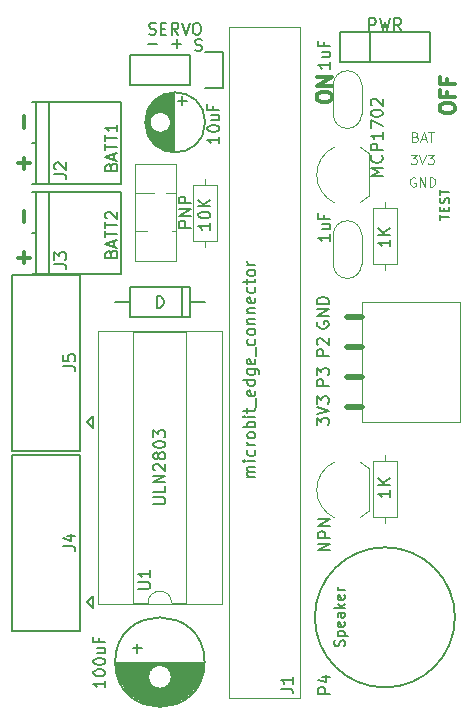
<source format=gto>
G04 #@! TF.FileFunction,Legend,Top*
%FSLAX46Y46*%
G04 Gerber Fmt 4.6, Leading zero omitted, Abs format (unit mm)*
G04 Created by KiCad (PCBNEW 4.0.6) date 09/25/19 08:33:56*
%MOMM*%
%LPD*%
G01*
G04 APERTURE LIST*
%ADD10C,0.100000*%
%ADD11C,0.200000*%
%ADD12C,0.300000*%
%ADD13C,0.150000*%
%ADD14C,0.500000*%
%ADD15C,0.120000*%
%ADD16C,0.127000*%
G04 APERTURE END LIST*
D10*
D11*
X148915381Y-88368095D02*
X147915381Y-88368095D01*
X147915381Y-87987142D01*
X147963000Y-87891904D01*
X148010619Y-87844285D01*
X148105857Y-87796666D01*
X148248714Y-87796666D01*
X148343952Y-87844285D01*
X148391571Y-87891904D01*
X148439190Y-87987142D01*
X148439190Y-88368095D01*
X148010619Y-87415714D02*
X147963000Y-87368095D01*
X147915381Y-87272857D01*
X147915381Y-87034761D01*
X147963000Y-86939523D01*
X148010619Y-86891904D01*
X148105857Y-86844285D01*
X148201095Y-86844285D01*
X148343952Y-86891904D01*
X148915381Y-87463333D01*
X148915381Y-86844285D01*
X148915381Y-90908095D02*
X147915381Y-90908095D01*
X147915381Y-90527142D01*
X147963000Y-90431904D01*
X148010619Y-90384285D01*
X148105857Y-90336666D01*
X148248714Y-90336666D01*
X148343952Y-90384285D01*
X148391571Y-90431904D01*
X148439190Y-90527142D01*
X148439190Y-90908095D01*
X147915381Y-90003333D02*
X147915381Y-89384285D01*
X148296333Y-89717619D01*
X148296333Y-89574761D01*
X148343952Y-89479523D01*
X148391571Y-89431904D01*
X148486810Y-89384285D01*
X148724905Y-89384285D01*
X148820143Y-89431904D01*
X148867762Y-89479523D01*
X148915381Y-89574761D01*
X148915381Y-89860476D01*
X148867762Y-89955714D01*
X148820143Y-90003333D01*
D12*
X147894524Y-66572190D02*
X147894524Y-66330286D01*
X147955000Y-66209333D01*
X148075952Y-66088381D01*
X148317857Y-66027905D01*
X148741190Y-66027905D01*
X148983095Y-66088381D01*
X149104048Y-66209333D01*
X149164524Y-66330286D01*
X149164524Y-66572190D01*
X149104048Y-66693143D01*
X148983095Y-66814095D01*
X148741190Y-66874571D01*
X148317857Y-66874571D01*
X148075952Y-66814095D01*
X147955000Y-66693143D01*
X147894524Y-66572190D01*
X149164524Y-65483619D02*
X147894524Y-65483619D01*
X149164524Y-64757905D01*
X147894524Y-64757905D01*
D10*
X156235477Y-73260000D02*
X156159286Y-73221905D01*
X156045001Y-73221905D01*
X155930715Y-73260000D01*
X155854524Y-73336190D01*
X155816429Y-73412381D01*
X155778334Y-73564762D01*
X155778334Y-73679048D01*
X155816429Y-73831429D01*
X155854524Y-73907619D01*
X155930715Y-73983810D01*
X156045001Y-74021905D01*
X156121191Y-74021905D01*
X156235477Y-73983810D01*
X156273572Y-73945714D01*
X156273572Y-73679048D01*
X156121191Y-73679048D01*
X156616429Y-74021905D02*
X156616429Y-73221905D01*
X157073572Y-74021905D01*
X157073572Y-73221905D01*
X157454524Y-74021905D02*
X157454524Y-73221905D01*
X157645000Y-73221905D01*
X157759286Y-73260000D01*
X157835477Y-73336190D01*
X157873572Y-73412381D01*
X157911667Y-73564762D01*
X157911667Y-73679048D01*
X157873572Y-73831429D01*
X157835477Y-73907619D01*
X157759286Y-73983810D01*
X157645000Y-74021905D01*
X157454524Y-74021905D01*
X155854524Y-71316905D02*
X156349762Y-71316905D01*
X156083095Y-71621667D01*
X156197381Y-71621667D01*
X156273571Y-71659762D01*
X156311667Y-71697857D01*
X156349762Y-71774048D01*
X156349762Y-71964524D01*
X156311667Y-72040714D01*
X156273571Y-72078810D01*
X156197381Y-72116905D01*
X155968809Y-72116905D01*
X155892619Y-72078810D01*
X155854524Y-72040714D01*
X156578333Y-71316905D02*
X156845000Y-72116905D01*
X157111667Y-71316905D01*
X157302143Y-71316905D02*
X157797381Y-71316905D01*
X157530714Y-71621667D01*
X157645000Y-71621667D01*
X157721190Y-71659762D01*
X157759286Y-71697857D01*
X157797381Y-71774048D01*
X157797381Y-71964524D01*
X157759286Y-72040714D01*
X157721190Y-72078810D01*
X157645000Y-72116905D01*
X157416428Y-72116905D01*
X157340238Y-72078810D01*
X157302143Y-72040714D01*
D11*
X149042381Y-116943095D02*
X148042381Y-116943095D01*
X148042381Y-116562142D01*
X148090000Y-116466904D01*
X148137619Y-116419285D01*
X148232857Y-116371666D01*
X148375714Y-116371666D01*
X148470952Y-116419285D01*
X148518571Y-116466904D01*
X148566190Y-116562142D01*
X148566190Y-116943095D01*
X148375714Y-115514523D02*
X149042381Y-115514523D01*
X147994762Y-115752619D02*
X148709048Y-115990714D01*
X148709048Y-115371666D01*
X147915381Y-94218143D02*
X147915381Y-93599095D01*
X148296333Y-93932429D01*
X148296333Y-93789571D01*
X148343952Y-93694333D01*
X148391571Y-93646714D01*
X148486810Y-93599095D01*
X148724905Y-93599095D01*
X148820143Y-93646714D01*
X148867762Y-93694333D01*
X148915381Y-93789571D01*
X148915381Y-94075286D01*
X148867762Y-94170524D01*
X148820143Y-94218143D01*
X147915381Y-93313381D02*
X148915381Y-92980048D01*
X147915381Y-92646714D01*
X147915381Y-92408619D02*
X147915381Y-91789571D01*
X148296333Y-92122905D01*
X148296333Y-91980047D01*
X148343952Y-91884809D01*
X148391571Y-91837190D01*
X148486810Y-91789571D01*
X148724905Y-91789571D01*
X148820143Y-91837190D01*
X148867762Y-91884809D01*
X148915381Y-91980047D01*
X148915381Y-92265762D01*
X148867762Y-92361000D01*
X148820143Y-92408619D01*
X147963000Y-85471095D02*
X147915381Y-85566333D01*
X147915381Y-85709190D01*
X147963000Y-85852048D01*
X148058238Y-85947286D01*
X148153476Y-85994905D01*
X148343952Y-86042524D01*
X148486810Y-86042524D01*
X148677286Y-85994905D01*
X148772524Y-85947286D01*
X148867762Y-85852048D01*
X148915381Y-85709190D01*
X148915381Y-85613952D01*
X148867762Y-85471095D01*
X148820143Y-85423476D01*
X148486810Y-85423476D01*
X148486810Y-85613952D01*
X148915381Y-84994905D02*
X147915381Y-84994905D01*
X148915381Y-84423476D01*
X147915381Y-84423476D01*
X148915381Y-83947286D02*
X147915381Y-83947286D01*
X147915381Y-83709191D01*
X147963000Y-83566333D01*
X148058238Y-83471095D01*
X148153476Y-83423476D01*
X148343952Y-83375857D01*
X148486810Y-83375857D01*
X148677286Y-83423476D01*
X148772524Y-83471095D01*
X148867762Y-83566333D01*
X148915381Y-83709191D01*
X148915381Y-83947286D01*
D10*
X156254524Y-69792857D02*
X156368810Y-69830952D01*
X156406905Y-69869048D01*
X156445000Y-69945238D01*
X156445000Y-70059524D01*
X156406905Y-70135714D01*
X156368810Y-70173810D01*
X156292619Y-70211905D01*
X155987857Y-70211905D01*
X155987857Y-69411905D01*
X156254524Y-69411905D01*
X156330714Y-69450000D01*
X156368810Y-69488095D01*
X156406905Y-69564286D01*
X156406905Y-69640476D01*
X156368810Y-69716667D01*
X156330714Y-69754762D01*
X156254524Y-69792857D01*
X155987857Y-69792857D01*
X156749762Y-69983333D02*
X157130714Y-69983333D01*
X156673571Y-70211905D02*
X156940238Y-69411905D01*
X157206905Y-70211905D01*
X157359285Y-69411905D02*
X157816428Y-69411905D01*
X157587857Y-70211905D02*
X157587857Y-69411905D01*
D13*
X132334048Y-113101429D02*
X133095953Y-113101429D01*
X132715001Y-113482381D02*
X132715001Y-112720476D01*
D11*
X138175714Y-61571238D02*
X138032857Y-61523619D01*
X137794761Y-61523619D01*
X137699523Y-61571238D01*
X137651904Y-61618857D01*
X137604285Y-61714095D01*
X137604285Y-61809333D01*
X137651904Y-61904571D01*
X137699523Y-61952190D01*
X137794761Y-61999810D01*
X137985238Y-62047429D01*
X138080476Y-62095048D01*
X138128095Y-62142667D01*
X138175714Y-62237905D01*
X138175714Y-62333143D01*
X138128095Y-62428381D01*
X138080476Y-62476000D01*
X137985238Y-62523619D01*
X137747142Y-62523619D01*
X137604285Y-62476000D01*
X136413809Y-61904571D02*
X135651904Y-61904571D01*
X136032856Y-61523619D02*
X136032856Y-62285524D01*
X134413809Y-61904571D02*
X133651904Y-61904571D01*
D12*
X123099286Y-68065953D02*
X123099286Y-69033572D01*
X123099286Y-71573572D02*
X123099286Y-72541191D01*
X122615476Y-72057381D02*
X123583095Y-72057381D01*
X123099286Y-76048810D02*
X123099286Y-77016429D01*
X123099286Y-79556429D02*
X123099286Y-80524048D01*
X122615476Y-80040238D02*
X123583095Y-80040238D01*
X158308524Y-67503523D02*
X158308524Y-67261619D01*
X158369000Y-67140666D01*
X158489952Y-67019714D01*
X158731857Y-66959238D01*
X159155190Y-66959238D01*
X159397095Y-67019714D01*
X159518048Y-67140666D01*
X159578524Y-67261619D01*
X159578524Y-67503523D01*
X159518048Y-67624476D01*
X159397095Y-67745428D01*
X159155190Y-67805904D01*
X158731857Y-67805904D01*
X158489952Y-67745428D01*
X158369000Y-67624476D01*
X158308524Y-67503523D01*
X158913286Y-65991619D02*
X158913286Y-66414952D01*
X159578524Y-66414952D02*
X158308524Y-66414952D01*
X158308524Y-65810190D01*
X158913286Y-64903048D02*
X158913286Y-65326381D01*
X159578524Y-65326381D02*
X158308524Y-65326381D01*
X158308524Y-64721619D01*
D11*
X136525000Y-85090000D02*
X136525000Y-82550000D01*
X137160000Y-83820000D02*
X137160000Y-82550000D01*
X137160000Y-82550000D02*
X132080000Y-82550000D01*
X132080000Y-82550000D02*
X132080000Y-83820000D01*
X130810000Y-83820000D02*
X132080000Y-83820000D01*
X132080000Y-83820000D02*
X132080000Y-85090000D01*
X132080000Y-85090000D02*
X132715000Y-85090000D01*
X137160000Y-83820000D02*
X137160000Y-85090000D01*
X137160000Y-85090000D02*
X132715000Y-85090000D01*
X138430000Y-83820000D02*
X137160000Y-83820000D01*
D14*
X151765000Y-92710000D02*
X150495000Y-92710000D01*
X151765000Y-90170000D02*
X150495000Y-90170000D01*
X151765000Y-87630000D02*
X150495000Y-87630000D01*
X150495000Y-85090000D02*
X151765000Y-85090000D01*
D10*
X151765000Y-83820000D02*
X160020000Y-83820000D01*
X160020000Y-83820000D02*
X160020000Y-93980000D01*
X160020000Y-93980000D02*
X151765000Y-93980000D01*
X151765000Y-93980000D02*
X151765000Y-83820000D01*
D13*
X159599690Y-110490000D02*
G75*
G03X159599690Y-110490000I-5929690J0D01*
G01*
X149860000Y-63500000D02*
X149860000Y-60960000D01*
X149860000Y-60960000D02*
X157480000Y-60960000D01*
X157480000Y-60960000D02*
X157480000Y-63500000D01*
X157480000Y-63500000D02*
X149860000Y-63500000D01*
X152400000Y-60960000D02*
X152400000Y-63500000D01*
D10*
X151695000Y-78105000D02*
X151695000Y-80605000D01*
X149295000Y-78105000D02*
X149295000Y-80605000D01*
X150495000Y-76905000D02*
G75*
G03X149295000Y-78105000I0J-1200000D01*
G01*
X151695000Y-78105000D02*
G75*
G03X150495000Y-76905000I-1200000J0D01*
G01*
X149295000Y-80605000D02*
G75*
G03X150495000Y-81805000I1200000J0D01*
G01*
X150495000Y-81805000D02*
G75*
G03X151695000Y-80605000I0J1200000D01*
G01*
X151695000Y-65405000D02*
X151695000Y-67905000D01*
X149295000Y-65405000D02*
X149295000Y-67905000D01*
X150495000Y-64205000D02*
G75*
G03X149295000Y-65405000I0J-1200000D01*
G01*
X151695000Y-65405000D02*
G75*
G03X150495000Y-64205000I-1200000J0D01*
G01*
X149295000Y-67905000D02*
G75*
G03X150495000Y-69105000I1200000J0D01*
G01*
X150495000Y-69105000D02*
G75*
G03X151695000Y-67905000I0J1200000D01*
G01*
D13*
X135835000Y-71079000D02*
X135835000Y-66081000D01*
X135695000Y-71071000D02*
X135695000Y-66089000D01*
X135555000Y-71055000D02*
X135555000Y-68675000D01*
X135555000Y-68485000D02*
X135555000Y-66105000D01*
X135415000Y-71031000D02*
X135415000Y-69070000D01*
X135415000Y-68090000D02*
X135415000Y-66129000D01*
X135275000Y-70998000D02*
X135275000Y-69237000D01*
X135275000Y-67923000D02*
X135275000Y-66162000D01*
X135135000Y-70957000D02*
X135135000Y-69344000D01*
X135135000Y-67816000D02*
X135135000Y-66203000D01*
X134995000Y-70907000D02*
X134995000Y-69415000D01*
X134995000Y-67745000D02*
X134995000Y-66253000D01*
X134855000Y-70846000D02*
X134855000Y-69459000D01*
X134855000Y-67701000D02*
X134855000Y-66314000D01*
X134715000Y-70776000D02*
X134715000Y-69478000D01*
X134715000Y-67682000D02*
X134715000Y-66384000D01*
X134575000Y-70694000D02*
X134575000Y-69476000D01*
X134575000Y-67684000D02*
X134575000Y-66466000D01*
X134435000Y-70599000D02*
X134435000Y-69451000D01*
X134435000Y-67709000D02*
X134435000Y-66561000D01*
X134295000Y-70488000D02*
X134295000Y-69403000D01*
X134295000Y-67757000D02*
X134295000Y-66672000D01*
X134155000Y-70360000D02*
X134155000Y-69325000D01*
X134155000Y-67835000D02*
X134155000Y-66800000D01*
X134015000Y-70211000D02*
X134015000Y-69208000D01*
X134015000Y-67952000D02*
X134015000Y-66949000D01*
X133875000Y-70032000D02*
X133875000Y-69020000D01*
X133875000Y-68140000D02*
X133875000Y-67128000D01*
X133735000Y-69813000D02*
X133735000Y-67347000D01*
X133595000Y-69524000D02*
X133595000Y-67636000D01*
X133455000Y-69052000D02*
X133455000Y-68108000D01*
X135560000Y-68580000D02*
G75*
G03X135560000Y-68580000I-900000J0D01*
G01*
X138447500Y-68580000D02*
G75*
G03X138447500Y-68580000I-2537500J0D01*
G01*
X138369000Y-114355000D02*
X130871000Y-114355000D01*
X138364000Y-114495000D02*
X130876000Y-114495000D01*
X138353000Y-114635000D02*
X135066000Y-114635000D01*
X134174000Y-114635000D02*
X130887000Y-114635000D01*
X138337000Y-114775000D02*
X135276000Y-114775000D01*
X133964000Y-114775000D02*
X130903000Y-114775000D01*
X138316000Y-114915000D02*
X135409000Y-114915000D01*
X133831000Y-114915000D02*
X130924000Y-114915000D01*
X138289000Y-115055000D02*
X135500000Y-115055000D01*
X133740000Y-115055000D02*
X130951000Y-115055000D01*
X138257000Y-115195000D02*
X135562000Y-115195000D01*
X133678000Y-115195000D02*
X130983000Y-115195000D01*
X138219000Y-115335000D02*
X135601000Y-115335000D01*
X133639000Y-115335000D02*
X131021000Y-115335000D01*
X138175000Y-115475000D02*
X135618000Y-115475000D01*
X133622000Y-115475000D02*
X131065000Y-115475000D01*
X138124000Y-115615000D02*
X135616000Y-115615000D01*
X133624000Y-115615000D02*
X131116000Y-115615000D01*
X138068000Y-115755000D02*
X135594000Y-115755000D01*
X133646000Y-115755000D02*
X131172000Y-115755000D01*
X138004000Y-115895000D02*
X135551000Y-115895000D01*
X133689000Y-115895000D02*
X131236000Y-115895000D01*
X137934000Y-116035000D02*
X135483000Y-116035000D01*
X133757000Y-116035000D02*
X131306000Y-116035000D01*
X137856000Y-116175000D02*
X135384000Y-116175000D01*
X133856000Y-116175000D02*
X131384000Y-116175000D01*
X137770000Y-116315000D02*
X135239000Y-116315000D01*
X134001000Y-116315000D02*
X131470000Y-116315000D01*
X137675000Y-116455000D02*
X135000000Y-116455000D01*
X134240000Y-116455000D02*
X131565000Y-116455000D01*
X137570000Y-116595000D02*
X131670000Y-116595000D01*
X137455000Y-116735000D02*
X131785000Y-116735000D01*
X137327000Y-116875000D02*
X131913000Y-116875000D01*
X137186000Y-117015000D02*
X132054000Y-117015000D01*
X137028000Y-117155000D02*
X132212000Y-117155000D01*
X136850000Y-117295000D02*
X132390000Y-117295000D01*
X136647000Y-117435000D02*
X132593000Y-117435000D01*
X136410000Y-117575000D02*
X132830000Y-117575000D01*
X136124000Y-117715000D02*
X133116000Y-117715000D01*
X135752000Y-117855000D02*
X133488000Y-117855000D01*
X135131000Y-117995000D02*
X134109000Y-117995000D01*
X135620000Y-115530000D02*
G75*
G03X135620000Y-115530000I-1000000J0D01*
G01*
X138407500Y-114280000D02*
G75*
G03X138407500Y-114280000I-3787500J0D01*
G01*
D15*
X152345000Y-74825000D02*
X152345000Y-71225000D01*
X151617795Y-75349184D02*
G75*
G03X152345000Y-74825000I-1122795J2324184D01*
G01*
X149396193Y-75381400D02*
G75*
G02X147895000Y-73025000I1098807J2356400D01*
G01*
X149396193Y-70668600D02*
G75*
G03X147895000Y-73025000I1098807J-2356400D01*
G01*
X151617795Y-70700816D02*
G75*
G02X152345000Y-71225000I-1122795J-2324184D01*
G01*
X152345000Y-101495000D02*
X152345000Y-97895000D01*
X151617795Y-102019184D02*
G75*
G03X152345000Y-101495000I-1122795J2324184D01*
G01*
X149396193Y-102051400D02*
G75*
G02X147895000Y-99695000I1098807J2356400D01*
G01*
X149396193Y-97338600D02*
G75*
G03X147895000Y-99695000I1098807J-2356400D01*
G01*
X151617795Y-97370816D02*
G75*
G02X152345000Y-97895000I-1122795J-2324184D01*
G01*
D13*
X122110000Y-96430000D02*
X122110000Y-81530000D01*
X127860000Y-96430000D02*
X127860000Y-81530000D01*
X122110000Y-96430000D02*
X127860000Y-96430000D01*
X122110000Y-81530000D02*
X127860000Y-81530000D01*
X128960000Y-94480000D02*
X128960000Y-93480000D01*
X128460000Y-93980000D02*
X128960000Y-93480000D01*
X128460000Y-93980000D02*
X128960000Y-94480000D01*
X137160000Y-62865000D02*
X132080000Y-62865000D01*
X132080000Y-62865000D02*
X132080000Y-65405000D01*
X132080000Y-65405000D02*
X137160000Y-65405000D01*
X139980000Y-65685000D02*
X138430000Y-65685000D01*
X137160000Y-65405000D02*
X137160000Y-62865000D01*
X138430000Y-62585000D02*
X139980000Y-62585000D01*
X139980000Y-62585000D02*
X139980000Y-65685000D01*
X124170000Y-70330000D02*
X123770000Y-70330000D01*
X125270000Y-66830000D02*
X125270000Y-73830000D01*
X124170000Y-66830000D02*
X124170000Y-73830000D01*
X131370000Y-66830000D02*
X123770000Y-66830000D01*
X123770000Y-73830000D02*
X131370000Y-73830000D01*
X131370000Y-73830000D02*
X131370000Y-66830000D01*
X124170000Y-77950000D02*
X123770000Y-77950000D01*
X125270000Y-74450000D02*
X125270000Y-81450000D01*
X124170000Y-74450000D02*
X124170000Y-81450000D01*
X131370000Y-74450000D02*
X123770000Y-74450000D01*
X123770000Y-81450000D02*
X131370000Y-81450000D01*
X131370000Y-81450000D02*
X131370000Y-74450000D01*
D15*
X146510000Y-60500000D02*
X140510000Y-60500000D01*
X146510000Y-117300000D02*
X140510000Y-117300000D01*
X146510000Y-117300000D02*
X146510000Y-60500000D01*
X140510000Y-117300000D02*
X140510000Y-60500000D01*
X133620000Y-109280000D02*
G75*
G02X135620000Y-109280000I1000000J0D01*
G01*
X135620000Y-109280000D02*
X136870000Y-109280000D01*
X136870000Y-109280000D02*
X136870000Y-86300000D01*
X136870000Y-86300000D02*
X132370000Y-86300000D01*
X132370000Y-86300000D02*
X132370000Y-109280000D01*
X132370000Y-109280000D02*
X133620000Y-109280000D01*
X139870000Y-109340000D02*
X139870000Y-86240000D01*
X139870000Y-86240000D02*
X129370000Y-86240000D01*
X129370000Y-86240000D02*
X129370000Y-109340000D01*
X129370000Y-109340000D02*
X139870000Y-109340000D01*
D13*
X122110000Y-111670000D02*
X122110000Y-96770000D01*
X127860000Y-111670000D02*
X127860000Y-96770000D01*
X122110000Y-111670000D02*
X127860000Y-111670000D01*
X122110000Y-96770000D02*
X127860000Y-96770000D01*
X128960000Y-109720000D02*
X128960000Y-108720000D01*
X128460000Y-109220000D02*
X128960000Y-108720000D01*
X128460000Y-109220000D02*
X128960000Y-109720000D01*
D15*
X132500000Y-80320000D02*
X132500000Y-72080000D01*
X135990000Y-80320000D02*
X135990000Y-72080000D01*
X132500000Y-80320000D02*
X135990000Y-80320000D01*
X132500000Y-72080000D02*
X135990000Y-72080000D01*
X132500000Y-77800000D02*
X133570000Y-77800000D01*
X135670000Y-77800000D02*
X135990000Y-77800000D01*
X132500000Y-74599000D02*
X134080000Y-74599000D01*
X135160000Y-74599000D02*
X135990000Y-74599000D01*
X138430000Y-78640000D02*
X138430000Y-79140000D01*
X138430000Y-73890000D02*
X138430000Y-73390000D01*
X139430000Y-73890000D02*
X137430000Y-73890000D01*
X137430000Y-73890000D02*
X137430000Y-78640000D01*
X137430000Y-78640000D02*
X139430000Y-78640000D01*
X139430000Y-78640000D02*
X139430000Y-73890000D01*
X153670000Y-97255000D02*
X153670000Y-96755000D01*
X153670000Y-102005000D02*
X153670000Y-102505000D01*
X152670000Y-102005000D02*
X154670000Y-102005000D01*
X154670000Y-102005000D02*
X154670000Y-97255000D01*
X154670000Y-97255000D02*
X152670000Y-97255000D01*
X152670000Y-97255000D02*
X152670000Y-102005000D01*
X153670000Y-80545000D02*
X153670000Y-81045000D01*
X153670000Y-75795000D02*
X153670000Y-75295000D01*
X154670000Y-75795000D02*
X152670000Y-75795000D01*
X152670000Y-75795000D02*
X152670000Y-80545000D01*
X152670000Y-80545000D02*
X154670000Y-80545000D01*
X154670000Y-80545000D02*
X154670000Y-75795000D01*
D13*
X134358095Y-84272381D02*
X134358095Y-83272381D01*
X134596190Y-83272381D01*
X134739048Y-83320000D01*
X134834286Y-83415238D01*
X134881905Y-83510476D01*
X134929524Y-83700952D01*
X134929524Y-83843810D01*
X134881905Y-84034286D01*
X134834286Y-84129524D01*
X134739048Y-84224762D01*
X134596190Y-84272381D01*
X134358095Y-84272381D01*
X158311905Y-76841191D02*
X158311905Y-76384048D01*
X159111905Y-76612619D02*
X158311905Y-76612619D01*
X158692857Y-76117381D02*
X158692857Y-75850714D01*
X159111905Y-75736428D02*
X159111905Y-76117381D01*
X158311905Y-76117381D01*
X158311905Y-75736428D01*
X159073810Y-75431666D02*
X159111905Y-75317380D01*
X159111905Y-75126904D01*
X159073810Y-75050714D01*
X159035714Y-75012618D01*
X158959524Y-74974523D01*
X158883333Y-74974523D01*
X158807143Y-75012618D01*
X158769048Y-75050714D01*
X158730952Y-75126904D01*
X158692857Y-75279285D01*
X158654762Y-75355476D01*
X158616667Y-75393571D01*
X158540476Y-75431666D01*
X158464286Y-75431666D01*
X158388095Y-75393571D01*
X158350000Y-75355476D01*
X158311905Y-75279285D01*
X158311905Y-75088809D01*
X158350000Y-74974523D01*
X158311905Y-74745952D02*
X158311905Y-74288809D01*
X159111905Y-74517380D02*
X158311905Y-74517380D01*
D16*
X150219833Y-112945333D02*
X150262167Y-112818333D01*
X150262167Y-112606666D01*
X150219833Y-112521999D01*
X150177500Y-112479666D01*
X150092833Y-112437333D01*
X150008167Y-112437333D01*
X149923500Y-112479666D01*
X149881167Y-112521999D01*
X149838833Y-112606666D01*
X149796500Y-112775999D01*
X149754167Y-112860666D01*
X149711833Y-112902999D01*
X149627167Y-112945333D01*
X149542500Y-112945333D01*
X149457833Y-112902999D01*
X149415500Y-112860666D01*
X149373167Y-112775999D01*
X149373167Y-112564333D01*
X149415500Y-112437333D01*
X149669500Y-112056332D02*
X150558500Y-112056332D01*
X149711833Y-112056332D02*
X149669500Y-111971666D01*
X149669500Y-111802332D01*
X149711833Y-111717666D01*
X149754167Y-111675332D01*
X149838833Y-111632999D01*
X150092833Y-111632999D01*
X150177500Y-111675332D01*
X150219833Y-111717666D01*
X150262167Y-111802332D01*
X150262167Y-111971666D01*
X150219833Y-112056332D01*
X150219833Y-110913333D02*
X150262167Y-110997999D01*
X150262167Y-111167333D01*
X150219833Y-111251999D01*
X150135167Y-111294333D01*
X149796500Y-111294333D01*
X149711833Y-111251999D01*
X149669500Y-111167333D01*
X149669500Y-110997999D01*
X149711833Y-110913333D01*
X149796500Y-110870999D01*
X149881167Y-110870999D01*
X149965833Y-111294333D01*
X150262167Y-110108999D02*
X149796500Y-110108999D01*
X149711833Y-110151333D01*
X149669500Y-110235999D01*
X149669500Y-110405333D01*
X149711833Y-110489999D01*
X150219833Y-110108999D02*
X150262167Y-110193666D01*
X150262167Y-110405333D01*
X150219833Y-110489999D01*
X150135167Y-110532333D01*
X150050500Y-110532333D01*
X149965833Y-110489999D01*
X149923500Y-110405333D01*
X149923500Y-110193666D01*
X149881167Y-110108999D01*
X150262167Y-109685666D02*
X149373167Y-109685666D01*
X149923500Y-109601000D02*
X150262167Y-109347000D01*
X149669500Y-109347000D02*
X150008167Y-109685666D01*
X150219833Y-108627333D02*
X150262167Y-108711999D01*
X150262167Y-108881333D01*
X150219833Y-108965999D01*
X150135167Y-109008333D01*
X149796500Y-109008333D01*
X149711833Y-108965999D01*
X149669500Y-108881333D01*
X149669500Y-108711999D01*
X149711833Y-108627333D01*
X149796500Y-108584999D01*
X149881167Y-108584999D01*
X149965833Y-109008333D01*
X150262167Y-108203999D02*
X149669500Y-108203999D01*
X149838833Y-108203999D02*
X149754167Y-108161666D01*
X149711833Y-108119333D01*
X149669500Y-108034666D01*
X149669500Y-107949999D01*
D13*
X152336667Y-60777381D02*
X152336667Y-59777381D01*
X152717620Y-59777381D01*
X152812858Y-59825000D01*
X152860477Y-59872619D01*
X152908096Y-59967857D01*
X152908096Y-60110714D01*
X152860477Y-60205952D01*
X152812858Y-60253571D01*
X152717620Y-60301190D01*
X152336667Y-60301190D01*
X153241429Y-59777381D02*
X153479524Y-60777381D01*
X153670001Y-60063095D01*
X153860477Y-60777381D01*
X154098572Y-59777381D01*
X155050953Y-60777381D02*
X154717619Y-60301190D01*
X154479524Y-60777381D02*
X154479524Y-59777381D01*
X154860477Y-59777381D01*
X154955715Y-59825000D01*
X155003334Y-59872619D01*
X155050953Y-59967857D01*
X155050953Y-60110714D01*
X155003334Y-60205952D01*
X154955715Y-60253571D01*
X154860477Y-60301190D01*
X154479524Y-60301190D01*
X149042381Y-78065238D02*
X149042381Y-78636667D01*
X149042381Y-78350953D02*
X148042381Y-78350953D01*
X148185238Y-78446191D01*
X148280476Y-78541429D01*
X148328095Y-78636667D01*
X148375714Y-77208095D02*
X149042381Y-77208095D01*
X148375714Y-77636667D02*
X148899524Y-77636667D01*
X148994762Y-77589048D01*
X149042381Y-77493810D01*
X149042381Y-77350952D01*
X148994762Y-77255714D01*
X148947143Y-77208095D01*
X148518571Y-76398571D02*
X148518571Y-76731905D01*
X149042381Y-76731905D02*
X148042381Y-76731905D01*
X148042381Y-76255714D01*
X149042381Y-63460238D02*
X149042381Y-64031667D01*
X149042381Y-63745953D02*
X148042381Y-63745953D01*
X148185238Y-63841191D01*
X148280476Y-63936429D01*
X148328095Y-64031667D01*
X148375714Y-62603095D02*
X149042381Y-62603095D01*
X148375714Y-63031667D02*
X148899524Y-63031667D01*
X148994762Y-62984048D01*
X149042381Y-62888810D01*
X149042381Y-62745952D01*
X148994762Y-62650714D01*
X148947143Y-62603095D01*
X148518571Y-61793571D02*
X148518571Y-62126905D01*
X149042381Y-62126905D02*
X148042381Y-62126905D01*
X148042381Y-61650714D01*
X139644381Y-69778428D02*
X139644381Y-70349857D01*
X139644381Y-70064143D02*
X138644381Y-70064143D01*
X138787238Y-70159381D01*
X138882476Y-70254619D01*
X138930095Y-70349857D01*
X138644381Y-69159381D02*
X138644381Y-69064142D01*
X138692000Y-68968904D01*
X138739619Y-68921285D01*
X138834857Y-68873666D01*
X139025333Y-68826047D01*
X139263429Y-68826047D01*
X139453905Y-68873666D01*
X139549143Y-68921285D01*
X139596762Y-68968904D01*
X139644381Y-69064142D01*
X139644381Y-69159381D01*
X139596762Y-69254619D01*
X139549143Y-69302238D01*
X139453905Y-69349857D01*
X139263429Y-69397476D01*
X139025333Y-69397476D01*
X138834857Y-69349857D01*
X138739619Y-69302238D01*
X138692000Y-69254619D01*
X138644381Y-69159381D01*
X138977714Y-67968904D02*
X139644381Y-67968904D01*
X138977714Y-68397476D02*
X139501524Y-68397476D01*
X139596762Y-68349857D01*
X139644381Y-68254619D01*
X139644381Y-68111761D01*
X139596762Y-68016523D01*
X139549143Y-67968904D01*
X139120571Y-67159380D02*
X139120571Y-67492714D01*
X139644381Y-67492714D02*
X138644381Y-67492714D01*
X138644381Y-67016523D01*
X136144048Y-66746429D02*
X136905953Y-66746429D01*
X136525001Y-67127381D02*
X136525001Y-66365476D01*
X129992381Y-115847619D02*
X129992381Y-116419048D01*
X129992381Y-116133334D02*
X128992381Y-116133334D01*
X129135238Y-116228572D01*
X129230476Y-116323810D01*
X129278095Y-116419048D01*
X128992381Y-115228572D02*
X128992381Y-115133333D01*
X129040000Y-115038095D01*
X129087619Y-114990476D01*
X129182857Y-114942857D01*
X129373333Y-114895238D01*
X129611429Y-114895238D01*
X129801905Y-114942857D01*
X129897143Y-114990476D01*
X129944762Y-115038095D01*
X129992381Y-115133333D01*
X129992381Y-115228572D01*
X129944762Y-115323810D01*
X129897143Y-115371429D01*
X129801905Y-115419048D01*
X129611429Y-115466667D01*
X129373333Y-115466667D01*
X129182857Y-115419048D01*
X129087619Y-115371429D01*
X129040000Y-115323810D01*
X128992381Y-115228572D01*
X128992381Y-114276191D02*
X128992381Y-114180952D01*
X129040000Y-114085714D01*
X129087619Y-114038095D01*
X129182857Y-113990476D01*
X129373333Y-113942857D01*
X129611429Y-113942857D01*
X129801905Y-113990476D01*
X129897143Y-114038095D01*
X129944762Y-114085714D01*
X129992381Y-114180952D01*
X129992381Y-114276191D01*
X129944762Y-114371429D01*
X129897143Y-114419048D01*
X129801905Y-114466667D01*
X129611429Y-114514286D01*
X129373333Y-114514286D01*
X129182857Y-114466667D01*
X129087619Y-114419048D01*
X129040000Y-114371429D01*
X128992381Y-114276191D01*
X129325714Y-113085714D02*
X129992381Y-113085714D01*
X129325714Y-113514286D02*
X129849524Y-113514286D01*
X129944762Y-113466667D01*
X129992381Y-113371429D01*
X129992381Y-113228571D01*
X129944762Y-113133333D01*
X129897143Y-113085714D01*
X129468571Y-112276190D02*
X129468571Y-112609524D01*
X129992381Y-112609524D02*
X128992381Y-112609524D01*
X128992381Y-112133333D01*
X153487381Y-73088095D02*
X152487381Y-73088095D01*
X153201667Y-72754761D01*
X152487381Y-72421428D01*
X153487381Y-72421428D01*
X153392143Y-71373809D02*
X153439762Y-71421428D01*
X153487381Y-71564285D01*
X153487381Y-71659523D01*
X153439762Y-71802381D01*
X153344524Y-71897619D01*
X153249286Y-71945238D01*
X153058810Y-71992857D01*
X152915952Y-71992857D01*
X152725476Y-71945238D01*
X152630238Y-71897619D01*
X152535000Y-71802381D01*
X152487381Y-71659523D01*
X152487381Y-71564285D01*
X152535000Y-71421428D01*
X152582619Y-71373809D01*
X153487381Y-70945238D02*
X152487381Y-70945238D01*
X152487381Y-70564285D01*
X152535000Y-70469047D01*
X152582619Y-70421428D01*
X152677857Y-70373809D01*
X152820714Y-70373809D01*
X152915952Y-70421428D01*
X152963571Y-70469047D01*
X153011190Y-70564285D01*
X153011190Y-70945238D01*
X153487381Y-69421428D02*
X153487381Y-69992857D01*
X153487381Y-69707143D02*
X152487381Y-69707143D01*
X152630238Y-69802381D01*
X152725476Y-69897619D01*
X152773095Y-69992857D01*
X152487381Y-69088095D02*
X152487381Y-68421428D01*
X153487381Y-68850000D01*
X152487381Y-67850000D02*
X152487381Y-67754761D01*
X152535000Y-67659523D01*
X152582619Y-67611904D01*
X152677857Y-67564285D01*
X152868333Y-67516666D01*
X153106429Y-67516666D01*
X153296905Y-67564285D01*
X153392143Y-67611904D01*
X153439762Y-67659523D01*
X153487381Y-67754761D01*
X153487381Y-67850000D01*
X153439762Y-67945238D01*
X153392143Y-67992857D01*
X153296905Y-68040476D01*
X153106429Y-68088095D01*
X152868333Y-68088095D01*
X152677857Y-68040476D01*
X152582619Y-67992857D01*
X152535000Y-67945238D01*
X152487381Y-67850000D01*
X152582619Y-67135714D02*
X152535000Y-67088095D01*
X152487381Y-66992857D01*
X152487381Y-66754761D01*
X152535000Y-66659523D01*
X152582619Y-66611904D01*
X152677857Y-66564285D01*
X152773095Y-66564285D01*
X152915952Y-66611904D01*
X153487381Y-67183333D01*
X153487381Y-66564285D01*
X149042381Y-104814524D02*
X148042381Y-104814524D01*
X149042381Y-104243095D01*
X148042381Y-104243095D01*
X149042381Y-103766905D02*
X148042381Y-103766905D01*
X148042381Y-103385952D01*
X148090000Y-103290714D01*
X148137619Y-103243095D01*
X148232857Y-103195476D01*
X148375714Y-103195476D01*
X148470952Y-103243095D01*
X148518571Y-103290714D01*
X148566190Y-103385952D01*
X148566190Y-103766905D01*
X149042381Y-102766905D02*
X148042381Y-102766905D01*
X149042381Y-102195476D01*
X148042381Y-102195476D01*
X126452381Y-89233333D02*
X127166667Y-89233333D01*
X127309524Y-89280953D01*
X127404762Y-89376191D01*
X127452381Y-89519048D01*
X127452381Y-89614286D01*
X126452381Y-88280952D02*
X126452381Y-88757143D01*
X126928571Y-88804762D01*
X126880952Y-88757143D01*
X126833333Y-88661905D01*
X126833333Y-88423809D01*
X126880952Y-88328571D01*
X126928571Y-88280952D01*
X127023810Y-88233333D01*
X127261905Y-88233333D01*
X127357143Y-88280952D01*
X127404762Y-88328571D01*
X127452381Y-88423809D01*
X127452381Y-88661905D01*
X127404762Y-88757143D01*
X127357143Y-88804762D01*
X133699524Y-61110762D02*
X133842381Y-61158381D01*
X134080477Y-61158381D01*
X134175715Y-61110762D01*
X134223334Y-61063143D01*
X134270953Y-60967905D01*
X134270953Y-60872667D01*
X134223334Y-60777429D01*
X134175715Y-60729810D01*
X134080477Y-60682190D01*
X133890000Y-60634571D01*
X133794762Y-60586952D01*
X133747143Y-60539333D01*
X133699524Y-60444095D01*
X133699524Y-60348857D01*
X133747143Y-60253619D01*
X133794762Y-60206000D01*
X133890000Y-60158381D01*
X134128096Y-60158381D01*
X134270953Y-60206000D01*
X134699524Y-60634571D02*
X135032858Y-60634571D01*
X135175715Y-61158381D02*
X134699524Y-61158381D01*
X134699524Y-60158381D01*
X135175715Y-60158381D01*
X136175715Y-61158381D02*
X135842381Y-60682190D01*
X135604286Y-61158381D02*
X135604286Y-60158381D01*
X135985239Y-60158381D01*
X136080477Y-60206000D01*
X136128096Y-60253619D01*
X136175715Y-60348857D01*
X136175715Y-60491714D01*
X136128096Y-60586952D01*
X136080477Y-60634571D01*
X135985239Y-60682190D01*
X135604286Y-60682190D01*
X136461429Y-60158381D02*
X136794762Y-61158381D01*
X137128096Y-60158381D01*
X137651905Y-60158381D02*
X137842382Y-60158381D01*
X137937620Y-60206000D01*
X138032858Y-60301238D01*
X138080477Y-60491714D01*
X138080477Y-60825048D01*
X138032858Y-61015524D01*
X137937620Y-61110762D01*
X137842382Y-61158381D01*
X137651905Y-61158381D01*
X137556667Y-61110762D01*
X137461429Y-61015524D01*
X137413810Y-60825048D01*
X137413810Y-60491714D01*
X137461429Y-60301238D01*
X137556667Y-60206000D01*
X137651905Y-60158381D01*
X125690381Y-72977333D02*
X126404667Y-72977333D01*
X126547524Y-73024953D01*
X126642762Y-73120191D01*
X126690381Y-73263048D01*
X126690381Y-73358286D01*
X125785619Y-72548762D02*
X125738000Y-72501143D01*
X125690381Y-72405905D01*
X125690381Y-72167809D01*
X125738000Y-72072571D01*
X125785619Y-72024952D01*
X125880857Y-71977333D01*
X125976095Y-71977333D01*
X126118952Y-72024952D01*
X126690381Y-72596381D01*
X126690381Y-71977333D01*
X130484571Y-72334238D02*
X130532190Y-72191381D01*
X130579810Y-72143762D01*
X130675048Y-72096143D01*
X130817905Y-72096143D01*
X130913143Y-72143762D01*
X130960762Y-72191381D01*
X131008381Y-72286619D01*
X131008381Y-72667572D01*
X130008381Y-72667572D01*
X130008381Y-72334238D01*
X130056000Y-72239000D01*
X130103619Y-72191381D01*
X130198857Y-72143762D01*
X130294095Y-72143762D01*
X130389333Y-72191381D01*
X130436952Y-72239000D01*
X130484571Y-72334238D01*
X130484571Y-72667572D01*
X130722667Y-71715191D02*
X130722667Y-71239000D01*
X131008381Y-71810429D02*
X130008381Y-71477096D01*
X131008381Y-71143762D01*
X130008381Y-70953286D02*
X130008381Y-70381857D01*
X131008381Y-70667572D02*
X130008381Y-70667572D01*
X130008381Y-70191381D02*
X130008381Y-69619952D01*
X131008381Y-69905667D02*
X130008381Y-69905667D01*
X131008381Y-68762809D02*
X131008381Y-69334238D01*
X131008381Y-69048524D02*
X130008381Y-69048524D01*
X130151238Y-69143762D01*
X130246476Y-69239000D01*
X130294095Y-69334238D01*
X125690381Y-80597333D02*
X126404667Y-80597333D01*
X126547524Y-80644953D01*
X126642762Y-80740191D01*
X126690381Y-80883048D01*
X126690381Y-80978286D01*
X125690381Y-80216381D02*
X125690381Y-79597333D01*
X126071333Y-79930667D01*
X126071333Y-79787809D01*
X126118952Y-79692571D01*
X126166571Y-79644952D01*
X126261810Y-79597333D01*
X126499905Y-79597333D01*
X126595143Y-79644952D01*
X126642762Y-79692571D01*
X126690381Y-79787809D01*
X126690381Y-80073524D01*
X126642762Y-80168762D01*
X126595143Y-80216381D01*
X130484571Y-79700238D02*
X130532190Y-79557381D01*
X130579810Y-79509762D01*
X130675048Y-79462143D01*
X130817905Y-79462143D01*
X130913143Y-79509762D01*
X130960762Y-79557381D01*
X131008381Y-79652619D01*
X131008381Y-80033572D01*
X130008381Y-80033572D01*
X130008381Y-79700238D01*
X130056000Y-79605000D01*
X130103619Y-79557381D01*
X130198857Y-79509762D01*
X130294095Y-79509762D01*
X130389333Y-79557381D01*
X130436952Y-79605000D01*
X130484571Y-79700238D01*
X130484571Y-80033572D01*
X130722667Y-79081191D02*
X130722667Y-78605000D01*
X131008381Y-79176429D02*
X130008381Y-78843096D01*
X131008381Y-78509762D01*
X130008381Y-78319286D02*
X130008381Y-77747857D01*
X131008381Y-78033572D02*
X130008381Y-78033572D01*
X130008381Y-77557381D02*
X130008381Y-76985952D01*
X131008381Y-77271667D02*
X130008381Y-77271667D01*
X130103619Y-76700238D02*
X130056000Y-76652619D01*
X130008381Y-76557381D01*
X130008381Y-76319285D01*
X130056000Y-76224047D01*
X130103619Y-76176428D01*
X130198857Y-76128809D01*
X130294095Y-76128809D01*
X130436952Y-76176428D01*
X131008381Y-76747857D01*
X131008381Y-76128809D01*
X144867381Y-116538333D02*
X145581667Y-116538333D01*
X145724524Y-116585953D01*
X145819762Y-116681191D01*
X145867381Y-116824048D01*
X145867381Y-116919286D01*
X145867381Y-115538333D02*
X145867381Y-116109762D01*
X145867381Y-115824048D02*
X144867381Y-115824048D01*
X145010238Y-115919286D01*
X145105476Y-116014524D01*
X145153095Y-116109762D01*
X142692381Y-98582620D02*
X142025714Y-98582620D01*
X142120952Y-98582620D02*
X142073333Y-98535001D01*
X142025714Y-98439763D01*
X142025714Y-98296905D01*
X142073333Y-98201667D01*
X142168571Y-98154048D01*
X142692381Y-98154048D01*
X142168571Y-98154048D02*
X142073333Y-98106429D01*
X142025714Y-98011191D01*
X142025714Y-97868334D01*
X142073333Y-97773096D01*
X142168571Y-97725477D01*
X142692381Y-97725477D01*
X142692381Y-97249287D02*
X142025714Y-97249287D01*
X141692381Y-97249287D02*
X141740000Y-97296906D01*
X141787619Y-97249287D01*
X141740000Y-97201668D01*
X141692381Y-97249287D01*
X141787619Y-97249287D01*
X142644762Y-96344525D02*
X142692381Y-96439763D01*
X142692381Y-96630240D01*
X142644762Y-96725478D01*
X142597143Y-96773097D01*
X142501905Y-96820716D01*
X142216190Y-96820716D01*
X142120952Y-96773097D01*
X142073333Y-96725478D01*
X142025714Y-96630240D01*
X142025714Y-96439763D01*
X142073333Y-96344525D01*
X142692381Y-95915954D02*
X142025714Y-95915954D01*
X142216190Y-95915954D02*
X142120952Y-95868335D01*
X142073333Y-95820716D01*
X142025714Y-95725478D01*
X142025714Y-95630239D01*
X142692381Y-95154049D02*
X142644762Y-95249287D01*
X142597143Y-95296906D01*
X142501905Y-95344525D01*
X142216190Y-95344525D01*
X142120952Y-95296906D01*
X142073333Y-95249287D01*
X142025714Y-95154049D01*
X142025714Y-95011191D01*
X142073333Y-94915953D01*
X142120952Y-94868334D01*
X142216190Y-94820715D01*
X142501905Y-94820715D01*
X142597143Y-94868334D01*
X142644762Y-94915953D01*
X142692381Y-95011191D01*
X142692381Y-95154049D01*
X142692381Y-94392144D02*
X141692381Y-94392144D01*
X142073333Y-94392144D02*
X142025714Y-94296906D01*
X142025714Y-94106429D01*
X142073333Y-94011191D01*
X142120952Y-93963572D01*
X142216190Y-93915953D01*
X142501905Y-93915953D01*
X142597143Y-93963572D01*
X142644762Y-94011191D01*
X142692381Y-94106429D01*
X142692381Y-94296906D01*
X142644762Y-94392144D01*
X142692381Y-93487382D02*
X142025714Y-93487382D01*
X141692381Y-93487382D02*
X141740000Y-93535001D01*
X141787619Y-93487382D01*
X141740000Y-93439763D01*
X141692381Y-93487382D01*
X141787619Y-93487382D01*
X142025714Y-93154049D02*
X142025714Y-92773097D01*
X141692381Y-93011192D02*
X142549524Y-93011192D01*
X142644762Y-92963573D01*
X142692381Y-92868335D01*
X142692381Y-92773097D01*
X142787619Y-92677858D02*
X142787619Y-91915953D01*
X142644762Y-91296905D02*
X142692381Y-91392143D01*
X142692381Y-91582620D01*
X142644762Y-91677858D01*
X142549524Y-91725477D01*
X142168571Y-91725477D01*
X142073333Y-91677858D01*
X142025714Y-91582620D01*
X142025714Y-91392143D01*
X142073333Y-91296905D01*
X142168571Y-91249286D01*
X142263810Y-91249286D01*
X142359048Y-91725477D01*
X142692381Y-90392143D02*
X141692381Y-90392143D01*
X142644762Y-90392143D02*
X142692381Y-90487381D01*
X142692381Y-90677858D01*
X142644762Y-90773096D01*
X142597143Y-90820715D01*
X142501905Y-90868334D01*
X142216190Y-90868334D01*
X142120952Y-90820715D01*
X142073333Y-90773096D01*
X142025714Y-90677858D01*
X142025714Y-90487381D01*
X142073333Y-90392143D01*
X142025714Y-89487381D02*
X142835238Y-89487381D01*
X142930476Y-89535000D01*
X142978095Y-89582619D01*
X143025714Y-89677858D01*
X143025714Y-89820715D01*
X142978095Y-89915953D01*
X142644762Y-89487381D02*
X142692381Y-89582619D01*
X142692381Y-89773096D01*
X142644762Y-89868334D01*
X142597143Y-89915953D01*
X142501905Y-89963572D01*
X142216190Y-89963572D01*
X142120952Y-89915953D01*
X142073333Y-89868334D01*
X142025714Y-89773096D01*
X142025714Y-89582619D01*
X142073333Y-89487381D01*
X142644762Y-88630238D02*
X142692381Y-88725476D01*
X142692381Y-88915953D01*
X142644762Y-89011191D01*
X142549524Y-89058810D01*
X142168571Y-89058810D01*
X142073333Y-89011191D01*
X142025714Y-88915953D01*
X142025714Y-88725476D01*
X142073333Y-88630238D01*
X142168571Y-88582619D01*
X142263810Y-88582619D01*
X142359048Y-89058810D01*
X142787619Y-88392143D02*
X142787619Y-87630238D01*
X142644762Y-86963571D02*
X142692381Y-87058809D01*
X142692381Y-87249286D01*
X142644762Y-87344524D01*
X142597143Y-87392143D01*
X142501905Y-87439762D01*
X142216190Y-87439762D01*
X142120952Y-87392143D01*
X142073333Y-87344524D01*
X142025714Y-87249286D01*
X142025714Y-87058809D01*
X142073333Y-86963571D01*
X142692381Y-86392143D02*
X142644762Y-86487381D01*
X142597143Y-86535000D01*
X142501905Y-86582619D01*
X142216190Y-86582619D01*
X142120952Y-86535000D01*
X142073333Y-86487381D01*
X142025714Y-86392143D01*
X142025714Y-86249285D01*
X142073333Y-86154047D01*
X142120952Y-86106428D01*
X142216190Y-86058809D01*
X142501905Y-86058809D01*
X142597143Y-86106428D01*
X142644762Y-86154047D01*
X142692381Y-86249285D01*
X142692381Y-86392143D01*
X142025714Y-85630238D02*
X142692381Y-85630238D01*
X142120952Y-85630238D02*
X142073333Y-85582619D01*
X142025714Y-85487381D01*
X142025714Y-85344523D01*
X142073333Y-85249285D01*
X142168571Y-85201666D01*
X142692381Y-85201666D01*
X142025714Y-84725476D02*
X142692381Y-84725476D01*
X142120952Y-84725476D02*
X142073333Y-84677857D01*
X142025714Y-84582619D01*
X142025714Y-84439761D01*
X142073333Y-84344523D01*
X142168571Y-84296904D01*
X142692381Y-84296904D01*
X142644762Y-83439761D02*
X142692381Y-83534999D01*
X142692381Y-83725476D01*
X142644762Y-83820714D01*
X142549524Y-83868333D01*
X142168571Y-83868333D01*
X142073333Y-83820714D01*
X142025714Y-83725476D01*
X142025714Y-83534999D01*
X142073333Y-83439761D01*
X142168571Y-83392142D01*
X142263810Y-83392142D01*
X142359048Y-83868333D01*
X142644762Y-82534999D02*
X142692381Y-82630237D01*
X142692381Y-82820714D01*
X142644762Y-82915952D01*
X142597143Y-82963571D01*
X142501905Y-83011190D01*
X142216190Y-83011190D01*
X142120952Y-82963571D01*
X142073333Y-82915952D01*
X142025714Y-82820714D01*
X142025714Y-82630237D01*
X142073333Y-82534999D01*
X142025714Y-82249285D02*
X142025714Y-81868333D01*
X141692381Y-82106428D02*
X142549524Y-82106428D01*
X142644762Y-82058809D01*
X142692381Y-81963571D01*
X142692381Y-81868333D01*
X142692381Y-81392142D02*
X142644762Y-81487380D01*
X142597143Y-81534999D01*
X142501905Y-81582618D01*
X142216190Y-81582618D01*
X142120952Y-81534999D01*
X142073333Y-81487380D01*
X142025714Y-81392142D01*
X142025714Y-81249284D01*
X142073333Y-81154046D01*
X142120952Y-81106427D01*
X142216190Y-81058808D01*
X142501905Y-81058808D01*
X142597143Y-81106427D01*
X142644762Y-81154046D01*
X142692381Y-81249284D01*
X142692381Y-81392142D01*
X142692381Y-80630237D02*
X142025714Y-80630237D01*
X142216190Y-80630237D02*
X142120952Y-80582618D01*
X142073333Y-80534999D01*
X142025714Y-80439761D01*
X142025714Y-80344522D01*
X132802381Y-108076905D02*
X133611905Y-108076905D01*
X133707143Y-108029286D01*
X133754762Y-107981667D01*
X133802381Y-107886429D01*
X133802381Y-107695952D01*
X133754762Y-107600714D01*
X133707143Y-107553095D01*
X133611905Y-107505476D01*
X132802381Y-107505476D01*
X133802381Y-106505476D02*
X133802381Y-107076905D01*
X133802381Y-106791191D02*
X132802381Y-106791191D01*
X132945238Y-106886429D01*
X133040476Y-106981667D01*
X133088095Y-107076905D01*
X134072381Y-100909048D02*
X134881905Y-100909048D01*
X134977143Y-100861429D01*
X135024762Y-100813810D01*
X135072381Y-100718572D01*
X135072381Y-100528095D01*
X135024762Y-100432857D01*
X134977143Y-100385238D01*
X134881905Y-100337619D01*
X134072381Y-100337619D01*
X135072381Y-99385238D02*
X135072381Y-99861429D01*
X134072381Y-99861429D01*
X135072381Y-99051905D02*
X134072381Y-99051905D01*
X135072381Y-98480476D01*
X134072381Y-98480476D01*
X134167619Y-98051905D02*
X134120000Y-98004286D01*
X134072381Y-97909048D01*
X134072381Y-97670952D01*
X134120000Y-97575714D01*
X134167619Y-97528095D01*
X134262857Y-97480476D01*
X134358095Y-97480476D01*
X134500952Y-97528095D01*
X135072381Y-98099524D01*
X135072381Y-97480476D01*
X134500952Y-96909048D02*
X134453333Y-97004286D01*
X134405714Y-97051905D01*
X134310476Y-97099524D01*
X134262857Y-97099524D01*
X134167619Y-97051905D01*
X134120000Y-97004286D01*
X134072381Y-96909048D01*
X134072381Y-96718571D01*
X134120000Y-96623333D01*
X134167619Y-96575714D01*
X134262857Y-96528095D01*
X134310476Y-96528095D01*
X134405714Y-96575714D01*
X134453333Y-96623333D01*
X134500952Y-96718571D01*
X134500952Y-96909048D01*
X134548571Y-97004286D01*
X134596190Y-97051905D01*
X134691429Y-97099524D01*
X134881905Y-97099524D01*
X134977143Y-97051905D01*
X135024762Y-97004286D01*
X135072381Y-96909048D01*
X135072381Y-96718571D01*
X135024762Y-96623333D01*
X134977143Y-96575714D01*
X134881905Y-96528095D01*
X134691429Y-96528095D01*
X134596190Y-96575714D01*
X134548571Y-96623333D01*
X134500952Y-96718571D01*
X134072381Y-95909048D02*
X134072381Y-95813809D01*
X134120000Y-95718571D01*
X134167619Y-95670952D01*
X134262857Y-95623333D01*
X134453333Y-95575714D01*
X134691429Y-95575714D01*
X134881905Y-95623333D01*
X134977143Y-95670952D01*
X135024762Y-95718571D01*
X135072381Y-95813809D01*
X135072381Y-95909048D01*
X135024762Y-96004286D01*
X134977143Y-96051905D01*
X134881905Y-96099524D01*
X134691429Y-96147143D01*
X134453333Y-96147143D01*
X134262857Y-96099524D01*
X134167619Y-96051905D01*
X134120000Y-96004286D01*
X134072381Y-95909048D01*
X134072381Y-95242381D02*
X134072381Y-94623333D01*
X134453333Y-94956667D01*
X134453333Y-94813809D01*
X134500952Y-94718571D01*
X134548571Y-94670952D01*
X134643810Y-94623333D01*
X134881905Y-94623333D01*
X134977143Y-94670952D01*
X135024762Y-94718571D01*
X135072381Y-94813809D01*
X135072381Y-95099524D01*
X135024762Y-95194762D01*
X134977143Y-95242381D01*
X126452381Y-104473333D02*
X127166667Y-104473333D01*
X127309524Y-104520953D01*
X127404762Y-104616191D01*
X127452381Y-104759048D01*
X127452381Y-104854286D01*
X126785714Y-103568571D02*
X127452381Y-103568571D01*
X126404762Y-103806667D02*
X127119048Y-104044762D01*
X127119048Y-103425714D01*
X137231381Y-77485714D02*
X136231381Y-77485714D01*
X136231381Y-77104761D01*
X136279000Y-77009523D01*
X136326619Y-76961904D01*
X136421857Y-76914285D01*
X136564714Y-76914285D01*
X136659952Y-76961904D01*
X136707571Y-77009523D01*
X136755190Y-77104761D01*
X136755190Y-77485714D01*
X137231381Y-76485714D02*
X136231381Y-76485714D01*
X137231381Y-75914285D01*
X136231381Y-75914285D01*
X137231381Y-75438095D02*
X136231381Y-75438095D01*
X136231381Y-75057142D01*
X136279000Y-74961904D01*
X136326619Y-74914285D01*
X136421857Y-74866666D01*
X136564714Y-74866666D01*
X136659952Y-74914285D01*
X136707571Y-74961904D01*
X136755190Y-75057142D01*
X136755190Y-75438095D01*
X138882381Y-77080476D02*
X138882381Y-77651905D01*
X138882381Y-77366191D02*
X137882381Y-77366191D01*
X138025238Y-77461429D01*
X138120476Y-77556667D01*
X138168095Y-77651905D01*
X137882381Y-76461429D02*
X137882381Y-76366190D01*
X137930000Y-76270952D01*
X137977619Y-76223333D01*
X138072857Y-76175714D01*
X138263333Y-76128095D01*
X138501429Y-76128095D01*
X138691905Y-76175714D01*
X138787143Y-76223333D01*
X138834762Y-76270952D01*
X138882381Y-76366190D01*
X138882381Y-76461429D01*
X138834762Y-76556667D01*
X138787143Y-76604286D01*
X138691905Y-76651905D01*
X138501429Y-76699524D01*
X138263333Y-76699524D01*
X138072857Y-76651905D01*
X137977619Y-76604286D01*
X137930000Y-76556667D01*
X137882381Y-76461429D01*
X138882381Y-75699524D02*
X137882381Y-75699524D01*
X138882381Y-75128095D02*
X138310952Y-75556667D01*
X137882381Y-75128095D02*
X138453810Y-75699524D01*
X154122381Y-99719285D02*
X154122381Y-100290714D01*
X154122381Y-100005000D02*
X153122381Y-100005000D01*
X153265238Y-100100238D01*
X153360476Y-100195476D01*
X153408095Y-100290714D01*
X154122381Y-99290714D02*
X153122381Y-99290714D01*
X154122381Y-98719285D02*
X153550952Y-99147857D01*
X153122381Y-98719285D02*
X153693810Y-99290714D01*
X154122381Y-78509285D02*
X154122381Y-79080714D01*
X154122381Y-78795000D02*
X153122381Y-78795000D01*
X153265238Y-78890238D01*
X153360476Y-78985476D01*
X153408095Y-79080714D01*
X154122381Y-78080714D02*
X153122381Y-78080714D01*
X154122381Y-77509285D02*
X153550952Y-77937857D01*
X153122381Y-77509285D02*
X153693810Y-78080714D01*
M02*

</source>
